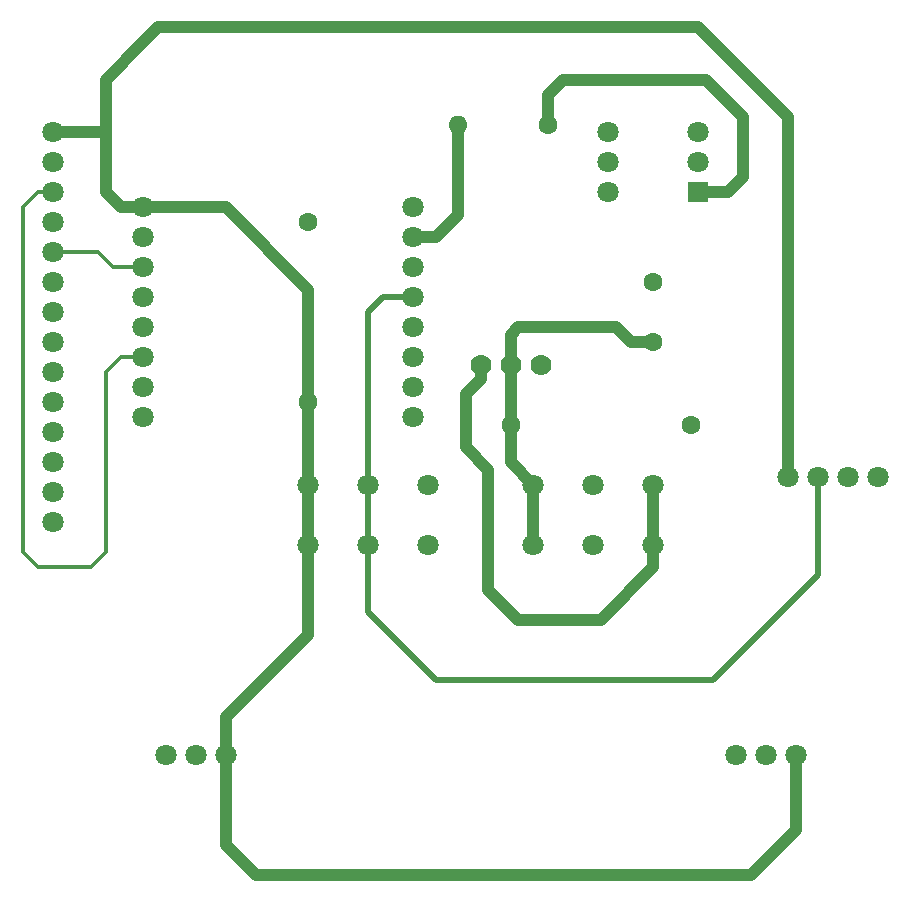
<source format=gbr>
G04 #@! TF.GenerationSoftware,KiCad,Pcbnew,(5.0.1)-3*
G04 #@! TF.CreationDate,2019-02-20T08:20:08+01:00*
G04 #@! TF.ProjectId,THERMOSTAT,544845524D4F535441542E6B69636164,rev?*
G04 #@! TF.SameCoordinates,Original*
G04 #@! TF.FileFunction,Copper,L1,Top,Signal*
G04 #@! TF.FilePolarity,Positive*
%FSLAX46Y46*%
G04 Gerber Fmt 4.6, Leading zero omitted, Abs format (unit mm)*
G04 Created by KiCad (PCBNEW (5.0.1)-3) date 2/20/2019 8:20:08 AM*
%MOMM*%
%LPD*%
G01*
G04 APERTURE LIST*
G04 #@! TA.AperFunction,ComponentPad*
%ADD10C,1.600000*%
G04 #@! TD*
G04 #@! TA.AperFunction,ComponentPad*
%ADD11C,1.778000*%
G04 #@! TD*
G04 #@! TA.AperFunction,ComponentPad*
%ADD12R,1.800000X1.800000*%
G04 #@! TD*
G04 #@! TA.AperFunction,ComponentPad*
%ADD13C,1.800000*%
G04 #@! TD*
G04 #@! TA.AperFunction,ComponentPad*
%ADD14O,1.600000X1.600000*%
G04 #@! TD*
G04 #@! TA.AperFunction,Conductor*
%ADD15C,0.300000*%
G04 #@! TD*
G04 #@! TA.AperFunction,Conductor*
%ADD16C,0.500000*%
G04 #@! TD*
G04 #@! TA.AperFunction,Conductor*
%ADD17C,1.000000*%
G04 #@! TD*
G04 APERTURE END LIST*
D10*
G04 #@! TO.P,1K_OHM1,1*
G04 #@! TO.N,Net-(1K_OHM1-Pad1)*
X153035000Y-97155000D03*
G04 #@! TO.P,1K_OHM1,2*
G04 #@! TO.N,Net-(1K_OHM1-Pad2)*
X168275000Y-97155000D03*
G04 #@! TD*
D11*
G04 #@! TO.P,TRIAC1,1*
G04 #@! TO.N,Net-(TERMINAL1-Pad3)*
X150495000Y-92075000D03*
G04 #@! TO.P,TRIAC1,2*
G04 #@! TO.N,Net-(1K_OHM1-Pad1)*
X153035000Y-92075000D03*
G04 #@! TO.P,TRIAC1,3*
G04 #@! TO.N,Net-(MOC1-Pad4)*
X155575000Y-92075000D03*
G04 #@! TD*
D10*
G04 #@! TO.P,HLKPM01,3*
G04 #@! TO.N,Net-(DHT1-Pad4)*
X135890000Y-80010000D03*
G04 #@! TO.P,HLKPM01,4*
G04 #@! TO.N,Net-(DHT1-Pad1)*
X135890000Y-95250000D03*
G04 #@! TO.P,HLKPM01,1*
G04 #@! TO.N,Net-(HLKPM01-Pad1)*
X165100000Y-85090000D03*
G04 #@! TO.P,HLKPM01,2*
G04 #@! TO.N,Net-(1K_OHM1-Pad1)*
X165100000Y-90170000D03*
G04 #@! TD*
D12*
G04 #@! TO.P,MOC1,1*
G04 #@! TO.N,Net-(220_OHM1-Pad1)*
X168910000Y-77470000D03*
D13*
G04 #@! TO.P,MOC1,4*
G04 #@! TO.N,Net-(MOC1-Pad4)*
X161290000Y-72390000D03*
G04 #@! TO.P,MOC1,2*
G04 #@! TO.N,Net-(DHT1-Pad4)*
X168910000Y-74930000D03*
G04 #@! TO.P,MOC1,5*
G04 #@! TO.N,Net-(MOC1-Pad5)*
X161290000Y-74930000D03*
G04 #@! TO.P,MOC1,3*
G04 #@! TO.N,Net-(MOC1-Pad3)*
X168910000Y-72390000D03*
G04 #@! TO.P,MOC1,6*
G04 #@! TO.N,Net-(1K_OHM1-Pad2)*
X161290000Y-77470000D03*
G04 #@! TD*
D10*
G04 #@! TO.P,220_OHM1,1*
G04 #@! TO.N,Net-(220_OHM1-Pad1)*
X156210000Y-71755000D03*
D14*
G04 #@! TO.P,220_OHM1,2*
G04 #@! TO.N,Net-(220_OHM1-Pad2)*
X148590000Y-71755000D03*
G04 #@! TD*
D13*
G04 #@! TO.P,ESP1,16*
G04 #@! TO.N,Net-(ESP1-Pad16)*
X144780000Y-78740000D03*
G04 #@! TO.P,ESP1,15*
G04 #@! TO.N,Net-(220_OHM1-Pad2)*
X144780000Y-81280000D03*
G04 #@! TO.P,ESP1,14*
G04 #@! TO.N,Net-(ESP1-Pad14)*
X144780000Y-83820000D03*
G04 #@! TO.P,ESP1,13*
G04 #@! TO.N,Net-(DHT1-Pad2)*
X144780000Y-86360000D03*
G04 #@! TO.P,ESP1,12*
G04 #@! TO.N,Net-(ESP1-Pad12)*
X144780000Y-88900000D03*
G04 #@! TO.P,ESP1,11*
G04 #@! TO.N,Net-(ESP1-Pad11)*
X144780000Y-91440000D03*
G04 #@! TO.P,ESP1,10*
G04 #@! TO.N,Net-(ESP1-Pad10)*
X144780000Y-93980000D03*
G04 #@! TO.P,ESP1,9*
G04 #@! TO.N,Net-(ESP1-Pad9)*
X144780000Y-96520000D03*
G04 #@! TO.P,ESP1,8*
G04 #@! TO.N,Net-(DHT1-Pad1)*
X121920000Y-78740000D03*
G04 #@! TO.P,ESP1,7*
G04 #@! TO.N,Net-(DHT1-Pad4)*
X121920000Y-81280000D03*
G04 #@! TO.P,ESP1,6*
G04 #@! TO.N,Net-(ESP1-Pad6)*
X121920000Y-83820000D03*
G04 #@! TO.P,ESP1,5*
G04 #@! TO.N,Net-(ESP1-Pad5)*
X121920000Y-86360000D03*
G04 #@! TO.P,ESP1,4*
G04 #@! TO.N,Net-(ESP1-Pad4)*
X121920000Y-88900000D03*
G04 #@! TO.P,ESP1,3*
G04 #@! TO.N,Net-(ESP1-Pad3)*
X121920000Y-91440000D03*
G04 #@! TO.P,ESP1,2*
G04 #@! TO.N,Net-(ESP1-Pad2)*
X121920000Y-93980000D03*
G04 #@! TO.P,ESP1,1*
G04 #@! TO.N,Net-(ESP1-Pad1)*
X121920000Y-96520000D03*
G04 #@! TD*
G04 #@! TO.P,DHTEXT1,3*
G04 #@! TO.N,Net-(DHT1-Pad4)*
X146050000Y-107315000D03*
G04 #@! TO.P,DHTEXT1,2*
G04 #@! TO.N,Net-(DHT1-Pad2)*
X140970000Y-107315000D03*
G04 #@! TO.P,DHTEXT1,1*
G04 #@! TO.N,Net-(DHT1-Pad1)*
X135890000Y-107315000D03*
G04 #@! TO.P,DHTEXT1,3*
G04 #@! TO.N,Net-(DHT1-Pad4)*
X146050000Y-102235000D03*
G04 #@! TO.P,DHTEXT1,2*
G04 #@! TO.N,Net-(DHT1-Pad2)*
X140970000Y-102235000D03*
G04 #@! TO.P,DHTEXT1,1*
G04 #@! TO.N,Net-(DHT1-Pad1)*
X135890000Y-102235000D03*
G04 #@! TD*
G04 #@! TO.P,TERMINAL1,3*
G04 #@! TO.N,Net-(TERMINAL1-Pad3)*
X165100000Y-107315000D03*
G04 #@! TO.P,TERMINAL1,2*
G04 #@! TO.N,Net-(HLKPM01-Pad1)*
X160020000Y-107315000D03*
G04 #@! TO.P,TERMINAL1,1*
G04 #@! TO.N,Net-(1K_OHM1-Pad1)*
X154940000Y-107315000D03*
G04 #@! TO.P,TERMINAL1,3*
G04 #@! TO.N,Net-(TERMINAL1-Pad3)*
X165100000Y-102235000D03*
G04 #@! TO.P,TERMINAL1,2*
G04 #@! TO.N,Net-(HLKPM01-Pad1)*
X160020000Y-102235000D03*
G04 #@! TO.P,TERMINAL1,1*
G04 #@! TO.N,Net-(1K_OHM1-Pad1)*
X154940000Y-102235000D03*
G04 #@! TD*
G04 #@! TO.P,TouchUp1,3*
G04 #@! TO.N,Net-(DHT1-Pad4)*
X172085000Y-125095000D03*
G04 #@! TO.P,TouchUp1,2*
G04 #@! TO.N,Net-(ESP1-Pad4)*
X174625000Y-125095000D03*
G04 #@! TO.P,TouchUp1,1*
G04 #@! TO.N,Net-(DHT1-Pad1)*
X177165000Y-125095000D03*
G04 #@! TD*
G04 #@! TO.P,DHT1,4*
G04 #@! TO.N,Net-(DHT1-Pad4)*
X184150000Y-101600000D03*
G04 #@! TO.P,DHT1,3*
G04 #@! TO.N,Net-(DHT1-Pad3)*
X181610000Y-101600000D03*
G04 #@! TO.P,DHT1,2*
G04 #@! TO.N,Net-(DHT1-Pad2)*
X179070000Y-101600000D03*
G04 #@! TO.P,DHT1,1*
G04 #@! TO.N,Net-(DHT1-Pad1)*
X176530000Y-101600000D03*
G04 #@! TD*
G04 #@! TO.P,TouchDown1,3*
G04 #@! TO.N,Net-(DHT1-Pad4)*
X123825000Y-125095000D03*
G04 #@! TO.P,TouchDown1,2*
G04 #@! TO.N,Net-(ESP1-Pad11)*
X126365000Y-125095000D03*
G04 #@! TO.P,TouchDown1,1*
G04 #@! TO.N,Net-(DHT1-Pad1)*
X128905000Y-125095000D03*
G04 #@! TD*
G04 #@! TO.P,TFT1,14*
G04 #@! TO.N,Net-(TFT1-Pad14)*
X114300000Y-105410000D03*
G04 #@! TO.P,TFT1,13*
G04 #@! TO.N,Net-(TFT1-Pad13)*
X114300000Y-102870000D03*
G04 #@! TO.P,TFT1,12*
G04 #@! TO.N,Net-(TFT1-Pad12)*
X114300000Y-100330000D03*
G04 #@! TO.P,TFT1,11*
G04 #@! TO.N,Net-(TFT1-Pad11)*
X114300000Y-97790000D03*
G04 #@! TO.P,TFT1,10*
G04 #@! TO.N,Net-(TFT1-Pad10)*
X114300000Y-95250000D03*
G04 #@! TO.P,TFT1,9*
G04 #@! TO.N,Net-(TFT1-Pad9)*
X114300000Y-92710000D03*
G04 #@! TO.P,TFT1,8*
G04 #@! TO.N,Net-(ESP1-Pad2)*
X114300000Y-90170000D03*
G04 #@! TO.P,TFT1,7*
G04 #@! TO.N,Net-(ESP1-Pad12)*
X114300000Y-87630000D03*
G04 #@! TO.P,TFT1,6*
G04 #@! TO.N,Net-(ESP1-Pad14)*
X114300000Y-85090000D03*
G04 #@! TO.P,TFT1,5*
G04 #@! TO.N,Net-(ESP1-Pad6)*
X114300000Y-82550000D03*
G04 #@! TO.P,TFT1,4*
G04 #@! TO.N,Net-(ESP1-Pad9)*
X114300000Y-80010000D03*
G04 #@! TO.P,TFT1,3*
G04 #@! TO.N,Net-(ESP1-Pad3)*
X114300000Y-77470000D03*
G04 #@! TO.P,TFT1,2*
G04 #@! TO.N,Net-(DHT1-Pad4)*
X114300000Y-74930000D03*
G04 #@! TO.P,TFT1,1*
G04 #@! TO.N,Net-(DHT1-Pad1)*
X114300000Y-72390000D03*
G04 #@! TD*
D15*
G04 #@! TO.N,Net-(ESP1-Pad3)*
X113027208Y-77470000D02*
X111760000Y-78737208D01*
X114300000Y-77470000D02*
X113027208Y-77470000D01*
X117475000Y-109220000D02*
X118745000Y-107950000D01*
X111760000Y-78737208D02*
X111760000Y-107950000D01*
X117475000Y-109220000D02*
X113030000Y-109220000D01*
X111760000Y-107950000D02*
X113030000Y-109220000D01*
X118745000Y-93345000D02*
X118745000Y-107950000D01*
X120015000Y-91440000D02*
X118745000Y-92710000D01*
X121920000Y-91440000D02*
X120015000Y-91440000D01*
X118745000Y-92710000D02*
X118745000Y-93345000D01*
D16*
G04 #@! TO.N,Net-(DHT1-Pad2)*
X140970000Y-113030000D02*
X140970000Y-107315000D01*
X146685000Y-118745000D02*
X140970000Y-113030000D01*
X170180000Y-118745000D02*
X146685000Y-118745000D01*
X179070000Y-101600000D02*
X179070000Y-109855000D01*
X179070000Y-109855000D02*
X170180000Y-118745000D01*
X140970000Y-107315000D02*
X140970000Y-102235000D01*
X142240000Y-86360000D02*
X140970000Y-87630000D01*
X144780000Y-86360000D02*
X142240000Y-86360000D01*
X140970000Y-102235000D02*
X140970000Y-87630000D01*
D15*
G04 #@! TO.N,Net-(ESP1-Pad6)*
X114300000Y-82550000D02*
X118110000Y-82550000D01*
X118110000Y-82550000D02*
X119380000Y-83820000D01*
X119380000Y-83820000D02*
X121920000Y-83820000D01*
D17*
G04 #@! TO.N,Net-(220_OHM1-Pad1)*
X156210000Y-71755000D02*
X156210000Y-69215000D01*
X156210000Y-69215000D02*
X157480000Y-67945000D01*
X157480000Y-67945000D02*
X169545000Y-67945000D01*
X169545000Y-67945000D02*
X172720000Y-71120000D01*
X172720000Y-71120000D02*
X172720000Y-76200000D01*
X171450000Y-77470000D02*
X168910000Y-77470000D01*
X172720000Y-76200000D02*
X171450000Y-77470000D01*
G04 #@! TO.N,Net-(220_OHM1-Pad2)*
X144780000Y-81280000D02*
X146685000Y-81280000D01*
X148590000Y-79375000D02*
X148590000Y-71755000D01*
X146685000Y-81280000D02*
X148590000Y-79375000D01*
G04 #@! TO.N,Net-(1K_OHM1-Pad1)*
X154940000Y-107315000D02*
X154940000Y-102235000D01*
X153035000Y-93980000D02*
X153035000Y-92075000D01*
X153035000Y-92075000D02*
X153035000Y-97155000D01*
X153035000Y-100330000D02*
X154940000Y-102235000D01*
X153035000Y-97155000D02*
X153035000Y-100330000D01*
X153035000Y-92075000D02*
X153035000Y-89535000D01*
X153035000Y-89535000D02*
X153670000Y-88900000D01*
X161925000Y-88900000D02*
X163195000Y-90170000D01*
X153670000Y-88900000D02*
X161925000Y-88900000D01*
X163195000Y-90170000D02*
X165100000Y-90170000D01*
G04 #@! TO.N,Net-(DHT1-Pad1)*
X177165000Y-125095000D02*
X177165000Y-131445000D01*
X177165000Y-131445000D02*
X173355000Y-135255000D01*
X131445000Y-135255000D02*
X128905000Y-132715000D01*
X128905000Y-132715000D02*
X128905000Y-125095000D01*
X123190000Y-63500000D02*
X130175000Y-63500000D01*
X173355000Y-135255000D02*
X153035000Y-135255000D01*
X153035000Y-135255000D02*
X131445000Y-135255000D01*
X130175000Y-63500000D02*
X146050000Y-63500000D01*
X146050000Y-63500000D02*
X147320000Y-63500000D01*
X121920000Y-64770000D02*
X123190000Y-63500000D01*
X147320000Y-63500000D02*
X160020000Y-63500000D01*
X135890000Y-95250000D02*
X135890000Y-102235000D01*
X135890000Y-102235000D02*
X135890000Y-107315000D01*
X135890000Y-85725000D02*
X135890000Y-95250000D01*
X176530000Y-101600000D02*
X176530000Y-71120000D01*
X168910000Y-63500000D02*
X164465000Y-63500000D01*
X176530000Y-71120000D02*
X168910000Y-63500000D01*
X160020000Y-63500000D02*
X164465000Y-63500000D01*
X164465000Y-63500000D02*
X165100000Y-63500000D01*
X121920000Y-78740000D02*
X128905000Y-78740000D01*
X128905000Y-78740000D02*
X135890000Y-85725000D01*
X118745000Y-74295000D02*
X118745000Y-77470000D01*
X120015000Y-78740000D02*
X118745000Y-77470000D01*
X121920000Y-78740000D02*
X120015000Y-78740000D01*
X118745000Y-67945000D02*
X121920000Y-64770000D01*
X118745000Y-74295000D02*
X118745000Y-67945000D01*
X114300000Y-72390000D02*
X118745000Y-72390000D01*
X128905000Y-121920000D02*
X135890000Y-114935000D01*
X128905000Y-125095000D02*
X128905000Y-121920000D01*
X135890000Y-114935000D02*
X135890000Y-107315000D01*
G04 #@! TO.N,Net-(TERMINAL1-Pad3)*
X150495000Y-93332235D02*
X149225000Y-94602235D01*
X150495000Y-92075000D02*
X150495000Y-93332235D01*
X165100000Y-107315000D02*
X165100000Y-109220000D01*
X165100000Y-109220000D02*
X160655000Y-113665000D01*
X153670000Y-113665000D02*
X160655000Y-113665000D01*
X151130000Y-111125000D02*
X151130000Y-100965000D01*
X151130000Y-111125000D02*
X153670000Y-113665000D01*
X151130000Y-100965000D02*
X149225000Y-99060000D01*
X149225000Y-99060000D02*
X149225000Y-94602235D01*
X165100000Y-107315000D02*
X165100000Y-102235000D01*
G04 #@! TD*
M02*

</source>
